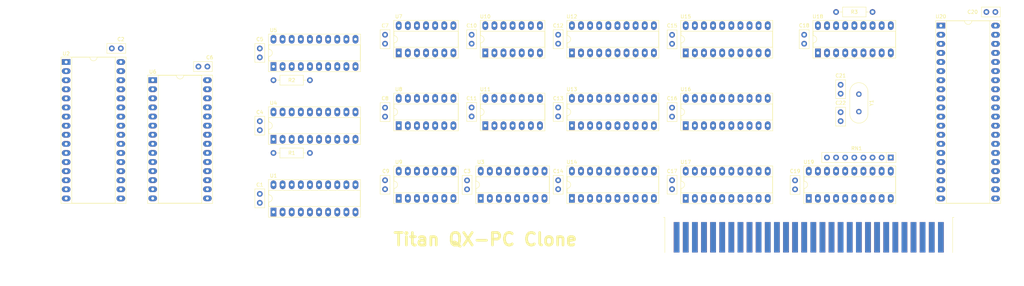
<source format=kicad_pcb>
(kicad_pcb (version 20211014) (generator pcbnew)
  (layers (0 "F.Cu" signal) (31 "B.Cu" signal) (34 "B.Paste" user) (35 "F.Paste" user) (36 "B.SilkS" user "B.Silkscreen") (37 "F.SilkS" user "F.Silkscreen") (38 "B.Mask" user) (39 "F.Mask" user) (44 "Edge.Cuts" user))
  (net 0 "")
  (net 1 "+5V")
  (net 2 "GND")
  (net 3 "/DTB0")
  (net 4 "/DTB1")
  (net 5 "/DTB2")
  (net 6 "/DTB3")
  (net 7 "/DTB4")
  (net 8 "/DTB5")
  (net 9 "/DTB6")
  (net 10 "/DTB7")
  (net 14 "/ADR1")
  (net 15 "/ADR2")
  (net 16 "/ADR3")
  (net 17 "/ADR4")
  (net 18 "/ADR5")
  (net 19 "/ADR6")
  (net 20 "/ADR7")
  (net 29 "/CLK")
  (net 30 "/~{BSAK}")
  (net 31 "/~{IRD}")
  (net 32 "/~{IWR}")
  (net 33 "/INTH1")
  (net 35 "/INTH2")
  (net 36 "/INTL")
  (net 40 "/~{RSET}")
  (net 41 "Net-(R1-Pad1)")
  (net 42 "Net-(R2-Pad1)")
  (net 43 "Net-(R3-Pad2)")
  (net 44 "/OE4")
  (net 45 "/OE3")
  (net 46 "/OE2")
  (net 59 "/OE1")
  (net 63 "/U2OE")
  (net 64 "/DIO0")
  (net 65 "/DIO1")
  (net 66 "/DIO2")
  (net 67 "/DIO3")
  (net 68 "/DIO4")
  (net 69 "/DIO5")
  (net 70 "/DIO6")
  (net 71 "/DIO7")
  (net 72 "Net-(U1-Pad11)")
  (net 73 "Net-(U1-Pad12)")
  (net 74 "Net-(U1-Pad13)")
  (net 75 "Net-(U1-Pad14)")
  (net 76 "Net-(U1-Pad15)")
  (net 77 "Net-(U1-Pad16)")
  (net 78 "Net-(U1-Pad17)")
  (net 79 "Net-(U1-Pad18)")
  (net 80 "/~{mCS}")
  (net 81 "/Q18")
  (net 82 "/Q16")
  (net 83 "/Q14")
  (net 84 "/Q12")
  (net 85 "/A7")
  (net 86 "/A6")
  (net 87 "/A5")
  (net 88 "/A4")
  (net 89 "/A3")
  (net 90 "/A2")
  (net 91 "/A1")
  (net 92 "/A0")
  (net 93 "/Q10")
  (net 94 "/~{RD}")
  (net 95 "/Q11")
  (net 96 "/Q9")
  (net 97 "/Q8")
  (net 98 "/Q13")
  (net 99 "/~{WR}")
  (net 100 "/Q17")
  (net 101 "/Q15")
  (net 102 "/~{Q19}")
  (net 103 "/A19")
  (net 104 "/A18")
  (net 105 "/ALE")
  (net 106 "/A17")
  (net 107 "/A16")
  (net 108 "/~{Q16}")
  (net 109 "/~{Q17}")
  (net 110 "/~{Q18}")
  (net 111 "/Q19")
  (net 112 "/A8")
  (net 113 "/A9")
  (net 114 "/A10")
  (net 115 "/A11")
  (net 116 "/A12")
  (net 117 "/A13")
  (net 118 "/A14")
  (net 119 "/A15")
  (net 121 "/~{rCE}")
  (net 123 "/IO{slash}~{M}")
  (net 124 "Net-(U7-Pad2)")
  (net 125 "Net-(U7-Pad4)")
  (net 127 "Net-(U10-Pad11)")
  (net 128 "Net-(U10-Pad13)")
  (net 129 "/U19LE")
  (net 131 "/U12AD")
  (net 132 "/U12BD")
  (net 133 "Net-(U19-Pad11)")
  (net 134 "/U11BD")
  (net 135 "Net-(U8-Pad13)")
  (net 136 "/~{INTH2}")
  (net 137 "/~{INTH1}")
  (net 138 "/~{INTL}")
  (net 139 "Net-(U18-Pad4)")
  (net 140 "/~{INTA}")
  (net 141 "/U18LE")
  (net 142 "/INTR")
  (net 144 "/U16LE")
  (net 145 "/U16OE")
  (net 146 "/U19OE")
  (net 148 "/READY")
  (net 150 "/iCLK")
  (net 151 "/RESET")
  (net 154 "Net-(C21-Pad2)")
  (net 155 "Net-(C22-Pad2)")
  (footprint "MountingHole:MountingHole_3.2mm_M3" (layer "F.Cu") (at 30.4 30.4)
    (fp_text reference "REF**")
    (fp_text value "MountingHole_3.2mm_M3")
  )
  (footprint "MountingHole:MountingHole_3.2mm_M3" (layer "F.Cu") (at 30.4 95.4)
    (fp_text reference "REF**")
    (fp_text value "MountingHole_3.2mm_M3")
  )
  (footprint "qx10:BUS_QX10" (layer "F.Cu") (at 283.89 87.295)
    (fp_text reference "CN1")
    (fp_text value "Edge Connector")
  )
  (footprint "Package_DIP:DIP-20_W7.62mm_Socket_LongPads" (layer "F.Cu") (at 212.09 39.36 90)
    (fp_text reference "U15")
    (fp_text value "GAL16V8")
  )
  (footprint "Capacitor_THT:C_Disc_D5.0mm_W2.5mm_P2.50mm" (layer "F.Cu") (at 255.27 58.42 90)
    (fp_text reference "C22")
    (fp_text value "23pf")
  )
  (footprint "Package_DIP:DIP-20_W7.62mm_Socket_LongPads" (layer "F.Cu") (at 212.09 80.01 90)
    (fp_text reference "U17")
    (fp_text value "74LS373")
  )
  (footprint "Package_DIP:DIP-14_W7.62mm_Socket_LongPads" (layer "F.Cu") (at 156.21 59.69 90)
    (fp_text reference "U11")
    (fp_text value "74LS74")
  )
  (footprint "Package_DIP:DIP-14_W7.62mm_Socket_LongPads" (layer "F.Cu") (at 156.205 39.36 90)
    (fp_text reference "U10")
    (fp_text value "74LS74")
  )
  (footprint "Capacitor_THT:C_Disc_D5.0mm_W2.5mm_P2.50mm" (layer "F.Cu") (at 298.41 27.94 180)
    (fp_text reference "C20")
    (fp_text value "0.1uf")
  )
  (footprint "Capacitor_THT:C_Disc_D5.0mm_W2.5mm_P2.50mm" (layer "F.Cu") (at 93.345 38.12 -90)
    (fp_text reference "C5")
    (fp_text value "0.1uf")
  )
  (footprint "Capacitor_THT:C_Disc_D5.0mm_W2.5mm_P2.50mm" (layer "F.Cu") (at 128.27 34.29 -90)
    (fp_text reference "C7")
    (fp_text value "0.1uf")
  )
  (footprint "Package_DIP:DIP-14_W7.62mm_Socket_LongPads" (layer "F.Cu") (at 132.075 39.36 90)
    (fp_text reference "U7")
    (fp_text value "74LS04")
  )
  (footprint "Package_DIP:DIP-20_W7.62mm_Socket_LongPads" (layer "F.Cu") (at 97.16 43.17 90)
    (fp_text reference "U5")
    (fp_text value "74LS373")
  )
  (footprint "Capacitor_THT:C_Disc_D5.0mm_W2.5mm_P2.50mm" (layer "F.Cu") (at 255.27 48.26 -90)
    (fp_text reference "C21")
    (fp_text value "23pf")
  )
  (footprint "Capacitor_THT:C_Disc_D5.0mm_W2.5mm_P2.50mm" (layer "F.Cu") (at 54.59 38.1 180)
    (fp_text reference "C2")
    (fp_text value "0.1uf")
  )
  (footprint "Capacitor_THT:C_Disc_D5.0mm_W2.5mm_P2.50mm" (layer "F.Cu") (at 128.27 54.65 -90)
    (fp_text reference "C8")
    (fp_text value "0.1uf")
  )
  (footprint "Capacitor_THT:C_Disc_D5.0mm_W2.5mm_P2.50mm" (layer "F.Cu") (at 208.28 34.33 -90)
    (fp_text reference "C15")
    (fp_text value "0.1uf")
  )
  (footprint "Capacitor_THT:C_Disc_D5.0mm_W2.5mm_P2.50mm" (layer "F.Cu") (at 176.53 74.93 -90)
    (fp_text reference "C14")
    (fp_text value "0.1uf")
  )
  (footprint "Capacitor_THT:C_Disc_D5.0mm_W2.5mm_P2.50mm" (layer "F.Cu") (at 242.57 74.97 -90)
    (fp_text reference "C19")
    (fp_text value "0.1uf")
  )
  (footprint "Package_DIP:DIP-20_W7.62mm_Socket_LongPads" (layer "F.Cu") (at 180.345 59.68 90)
    (fp_text reference "U13")
    (fp_text value "74LS373")
  )
  (footprint "Resistor_THT:R_Axial_DIN0207_L6.3mm_D2.5mm_P10.16mm_Horizontal" (layer "F.Cu") (at 254 27.94)
    (fp_text reference "R3")
    (fp_text value "230")
  )
  (footprint "Package_DIP:DIP-28_W15.24mm_Socket_LongPads" (layer "F.Cu") (at 63.495 46.975)
    (fp_text reference "U6")
    (fp_text value "28C64")
  )
  (footprint "Capacitor_THT:C_Disc_D5.0mm_W2.5mm_P2.50mm" (layer "F.Cu") (at 176.53 34.29 -90)
    (fp_text reference "C12")
    (fp_text value "0.1uf")
  )
  (footprint "Package_DIP:DIP-40_W15.24mm_Socket_LongPads" (layer "F.Cu") (at 283.21 31.75)
    (fp_text reference "U20")
    (fp_text value "8088")
  )
  (footprint "Capacitor_THT:C_Disc_D5.0mm_W2.5mm_P2.50mm" (layer "F.Cu") (at 93.345 58.44 -90)
    (fp_text reference "C4")
    (fp_text value "0.1uf")
  )
  (footprint "Capacitor_THT:C_Disc_D5.0mm_W2.5mm_P2.50mm" (layer "F.Cu") (at 151.13 74.97 -90)
    (fp_text reference "C3")
    (fp_text value "0.1uf")
  )
  (footprint "Package_DIP:DIP-20_W7.62mm_Socket_LongPads" (layer "F.Cu") (at 212.09 59.68 90)
    (fp_text reference "U16")
    (fp_text value "74LS373")
  )
  (footprint "Package_DIP:DIP-14_W7.62mm_Socket_LongPads" (layer "F.Cu") (at 132.075 80 90)
    (fp_text reference "U9")
    (fp_text value "74LS21")
  )
  (footprint "Capacitor_THT:C_Disc_D5.0mm_W2.5mm_P2.50mm" (layer "F.Cu") (at 152.4 34.29 -90)
    (fp_text reference "C10")
    (fp_text value "0.1uf")
  )
  (footprint "Capacitor_THT:C_Disc_D5.0mm_W2.5mm_P2.50mm" (layer "F.Cu") (at 245.11 34.29 -90)
    (fp_text reference "C18")
    (fp_text value "0.1uf")
  )
  (footprint "Capacitor_THT:C_Disc_D5.0mm_W2.5mm_P2.50mm" (layer "F.Cu") (at 152.4 54.61 -90)
    (fp_text reference "C11")
    (fp_text value "0.1uf")
  )
  (footprint "Package_DIP:DIP-20_W7.62mm_Socket_LongPads" (layer "F.Cu") (at 246.385 80.01 90)
    (fp_text reference "U19")
    (fp_text value "GAL16V8")
  )
  (footprint "Package_DIP:DIP-20_W7.62mm_Socket_LongPads" (layer "F.Cu") (at 180.345 39.36 90)
    (fp_text reference "U12")
    (fp_text value "74LS244")
  )
  (footprint "Package_DIP:DIP-20_W7.62mm_Socket_LongPads" (layer "F.Cu") (at 97.16 83.81 90)
    (fp_text reference "U1")
    (fp_text value "74LS245")
  )
  (footprint "Capacitor_THT:C_Disc_D5.0mm_W2.5mm_P2.50mm" (layer "F.Cu") (at 208.28 74.93 -90)
    (fp_text reference "C17")
    (fp_text value "0.1uf")
  )
  (footprint "Capacitor_THT:C_Disc_D5.0mm_W2.5mm_P2.50mm" (layer "F.Cu") (at 208.28 54.65 -90)
    (fp_text reference "C16")
    (fp_text value "0.1uf")
  )
  (footprint "Package_DIP:DIP-14_W7.62mm_Socket_LongPads" (layer "F.Cu") (at 132.075 59.68 90)
    (fp_text reference "U8")
    (fp_text value "74F08")
  )
  (footprint "Capacitor_THT:C_Disc_D5.0mm_W2.5mm_P2.50mm" (layer "F.Cu") (at 93.345 78.74 -90)
    (fp_text reference "C1")
    (fp_text value "0.1uf")
  )
  (footprint "Resistor_THT:R_Array_SIP8" (layer "F.Cu") (at 269.24 68.58 180)
    (fp_text reference "RN1")
    (fp_text value "R_Network07")
  )
  (footprint "Package_DIP:DIP-20_W7.62mm_Socket_LongPads" (layer "F.Cu") (at 180.34 80 90)
    (fp_text reference "U14")
    (fp_text value "74LS373")
  )
  (footprint "Package_DIP:DIP-18_W7.62mm_Socket_LongPads" (layer "F.Cu") (at 248.935 39.36 90)
    (fp_text reference "U18")
    (fp_text value "CP82C84")
  )
  (footprint "Package_DIP:DIP-32_W15.24mm_Socket_LongPads" (layer "F.Cu") (at 39.365 41.91)
    (fp_text reference "U2")
    (fp_text value "AS6C4008-55PCN")
  )
  (footprint "Capacitor_THT:C_Disc_D5.0mm_W2.5mm_P2.50mm" (layer "F.Cu") (at 78.74 43.18 180)
    (fp_text reference "C6")
    (fp_text value "0.1uf")
  )
  (footprint "Capacitor_THT:C_Disc_D5.0mm_W2.5mm_P2.50mm" (layer "F.Cu") (at 176.53 54.61 -90)
    (fp_text reference "C13")
    (fp_text value "0.1uf")
  )
  (footprint "Resistor_THT:R_Axial_DIN0207_L6.3mm_D2.5mm_P10.16mm_Horizontal" (layer "F.Cu") (at 97.155 46.99)
    (fp_text reference "R2")
    (fp_text value "230")
  )
  (footprint "Package_DIP:DIP-16_W7.62mm_Socket_LongPads" (layer "F.Cu") (at 154.93 80 90)
    (fp_text reference "U3")
    (fp_text value "74LS75")
  )
  (footprint "Package_DIP:DIP-20_W7.62mm_Socket_LongPads" (layer "F.Cu") (at 97.16 63.49 90)
    (fp_text reference "U4")
    (fp_text value "74LS373")
  )
  (footprint "Capacitor_THT:C_Disc_D5.0mm_W2.5mm_P2.50mm" (layer "F.Cu") (at 128.27 74.93 -90)
    (fp_text reference "C9")
    (fp_text value "0.1uf")
  )
  (footprint "Resistor_THT:R_Axial_DIN0207_L6.3mm_D2.5mm_P10.16mm_Horizontal" (layer "F.Cu") (at 97.155 67.31)
    (fp_text reference "R1")
    (fp_text value "230")
  )
  (footprint "Crystal:Crystal_HC49-U_Vertical" (layer "F.Cu") (at 260.355 50.89 -90)
    (fp_text reference "Y1")
    (fp_text value "15 MHZ")
  )
  (gr_line (start 303.150718 87.4) (end 286.7 87.4) (layer "Edge.Cuts") (width 0.001))
  (gr_line (start 125.4 25.4) (end 306.4 25.4) (layer "Edge.Cuts") (width 0.001))
  (gr_line (start 40.4 97.4) (end 191.4 97.4) (layer "Edge.Cuts") (width 0.001))
  (gr_line (start 36.4 30.4) (end 125.4 30.4) (layer "Edge.Cuts") (width 0.001))
  (gr_line (start 28.9 100.4) (end 40.4 100.4) (layer "Edge.Cuts") (width 0.001))
  (gr_line (start 125.4 25.4) (end 125.4 30.4) (layer "Edge.Cuts") (width 0.001))
  (gr_line (start 206.1 95.4) (end 206.1 87.4) (layer "Edge.Cuts") (width 0.001))
  (gr_line (start 25.4 25.4) (end 25.4 104.4) (layer "Edge.Cuts") (width 0.001))
  (gr_line (start 25.4 25.4) (end 36.4 25.4) (layer "Edge.Cuts") (width 0.001))
  (gr_line (start 191.4 97.4) (end 191.4 87.4) (layer "Edge.Cuts") (width 0.001))
  (gr_line (start 28.9 104.4) (end 28.9 100.4) (layer "Edge.Cuts") (width 0.001))
  (gr_line (start 286.7 87.4) (end 286.7 95.4) (layer "Edge.Cuts") (width 0.001))
  (gr_line (start 306.4 25.4) (end 303.150718 87.4) (layer "Edge.Cuts") (width 0.001))
  (gr_line (start 36.4 25.4) (end 36.4 30.4) (layer "Edge.Cuts") (width 0.001))
  (gr_line (start 40.4 100.4) (end 40.4 97.4) (layer "Edge.Cuts") (width 0.001))
  (gr_line (start 286.7 95.4) (end 206.1 95.4) (layer "Edge.Cuts") (width 0.001))
  (gr_line (start 25.4 104.4) (end 28.9 104.4) (layer "Edge.Cuts") (width 0.001))
  (gr_line (start 191.4 87.4) (end 206.1 87.4) (layer "Edge.Cuts") (width 0.001))
  (gr_text "Titan QX-PC Clone" (at 156.21 91.44) (layer "F.SilkS") (effects (font (size 3.5 3.5) (thickness 0.75))))
)
</source>
